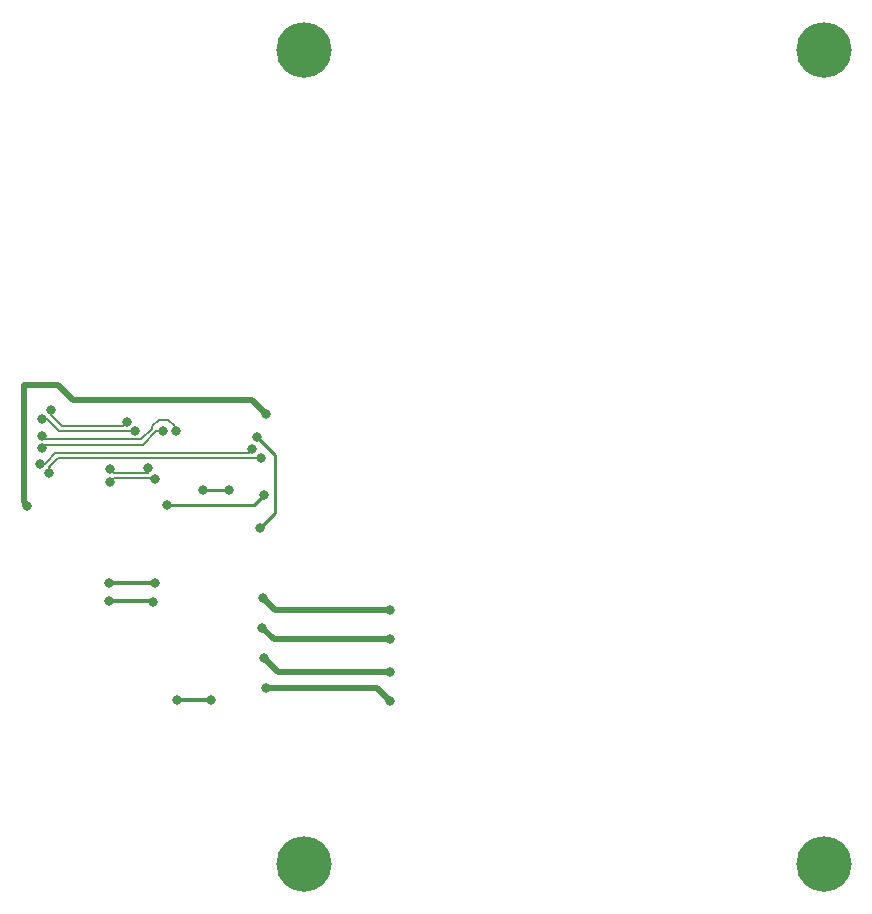
<source format=gbr>
%TF.GenerationSoftware,KiCad,Pcbnew,6.0.11-2627ca5db0~126~ubuntu22.04.1*%
%TF.CreationDate,2023-12-15T21:44:52-06:00*%
%TF.ProjectId,xem7310_carrier,78656d37-3331-4305-9f63-617272696572,rev?*%
%TF.SameCoordinates,Original*%
%TF.FileFunction,Copper,L4,Bot*%
%TF.FilePolarity,Positive*%
%FSLAX46Y46*%
G04 Gerber Fmt 4.6, Leading zero omitted, Abs format (unit mm)*
G04 Created by KiCad (PCBNEW 6.0.11-2627ca5db0~126~ubuntu22.04.1) date 2023-12-15 21:44:52*
%MOMM*%
%LPD*%
G01*
G04 APERTURE LIST*
%TA.AperFunction,ComponentPad*%
%ADD10C,4.700000*%
%TD*%
%TA.AperFunction,ViaPad*%
%ADD11C,0.800000*%
%TD*%
%TA.AperFunction,Conductor*%
%ADD12C,0.200000*%
%TD*%
%TA.AperFunction,Conductor*%
%ADD13C,0.500000*%
%TD*%
%TA.AperFunction,Conductor*%
%ADD14C,0.300000*%
%TD*%
%TA.AperFunction,Conductor*%
%ADD15C,0.250000*%
%TD*%
G04 APERTURE END LIST*
D10*
%TO.P,H2,1,1*%
%TO.N,unconnected-(H2-Pad1)*%
X134200000Y-142300000D03*
%TD*%
%TO.P,H4,1,1*%
%TO.N,unconnected-(H4-Pad1)*%
X178200000Y-142300000D03*
%TD*%
%TO.P,H1,1,1*%
%TO.N,unconnected-(H1-Pad1)*%
X134200000Y-73300000D03*
%TD*%
%TO.P,H3,1,1*%
%TO.N,unconnected-(H3-Pad1)*%
X178200000Y-73300000D03*
%TD*%
D11*
%TO.N,+3.3V*%
X131000000Y-104200000D03*
X110750000Y-111950000D03*
%TO.N,Net-(MC1-Pad32)*%
X117700000Y-118450000D03*
X130700000Y-119700000D03*
X121550000Y-118500000D03*
X141500000Y-120750000D03*
%TO.N,Net-(MC1-Pad34)*%
X117700000Y-120000000D03*
X121400000Y-120050000D03*
X130650000Y-122300000D03*
X141500000Y-123250000D03*
%TO.N,Net-(MC1-Pad38)*%
X141500000Y-126000000D03*
X130800000Y-124850000D03*
%TO.N,Net-(MC1-Pad40)*%
X141500000Y-128500000D03*
X123450000Y-128350000D03*
X130950000Y-127350000D03*
X126300000Y-128350000D03*
%TO.N,/SCK_A*%
X125610000Y-110630000D03*
X127830000Y-110620000D03*
%TO.N,/MOSI_A1*%
X122590000Y-111830000D03*
X130760000Y-110985500D03*
%TO.N,/MISO_A2*%
X130220000Y-106110000D03*
X130450000Y-113800000D03*
%TO.N,/MOSI1-*%
X123325001Y-105627266D03*
X112010000Y-106005000D03*
%TO.N,/SCLK+*%
X119901232Y-105601232D03*
X112018768Y-104571232D03*
%TO.N,/MOSI1+*%
X112010000Y-107055000D03*
X122275001Y-105627266D03*
%TO.N,/SCLK-*%
X119158768Y-104858768D03*
X112761232Y-103828768D03*
%TO.N,/MISO1-*%
X111848768Y-108378768D03*
X129778640Y-107150010D03*
%TO.N,/CS+*%
X117774724Y-108848735D03*
X121008768Y-108698768D03*
%TO.N,/MISO1+*%
X130521104Y-107892474D03*
X112591232Y-109121232D03*
%TO.N,/CS-*%
X121600000Y-109655500D03*
X117774724Y-109898735D03*
%TD*%
D12*
%TO.N,/CS-*%
X118074723Y-109598736D02*
X117774724Y-109898735D01*
X121169463Y-109598736D02*
X118074723Y-109598736D01*
X121600000Y-109655500D02*
X121226227Y-109655500D01*
X121226227Y-109655500D02*
X121169463Y-109598736D01*
D13*
%TO.N,+3.3V*%
X110450000Y-101700000D02*
X110450000Y-111650000D01*
X113350000Y-101700000D02*
X110450000Y-101700000D01*
X129778768Y-102978768D02*
X114628768Y-102978768D01*
X114628768Y-102978768D02*
X113350000Y-101700000D01*
X131000000Y-104200000D02*
X129778768Y-102978768D01*
X110450000Y-111650000D02*
X110750000Y-111950000D01*
%TO.N,Net-(MC1-Pad32)*%
X130700000Y-119700000D02*
X131750000Y-120750000D01*
D14*
X121500000Y-118450000D02*
X121550000Y-118500000D01*
X117700000Y-118450000D02*
X121500000Y-118450000D01*
D13*
X131750000Y-120750000D02*
X141500000Y-120750000D01*
D14*
%TO.N,Net-(MC1-Pad34)*%
X117700000Y-120000000D02*
X121350000Y-120000000D01*
D13*
X130650000Y-122300000D02*
X131600000Y-123250000D01*
X131600000Y-123250000D02*
X141500000Y-123250000D01*
D14*
X121350000Y-120000000D02*
X121400000Y-120050000D01*
D13*
%TO.N,Net-(MC1-Pad38)*%
X131950000Y-126000000D02*
X141500000Y-126000000D01*
X130800000Y-124850000D02*
X131950000Y-126000000D01*
%TO.N,Net-(MC1-Pad40)*%
X140350000Y-127350000D02*
X141500000Y-128500000D01*
X130950000Y-127350000D02*
X140350000Y-127350000D01*
D14*
X123450000Y-128350000D02*
X126300000Y-128350000D01*
D15*
%TO.N,/SCK_A*%
X125610000Y-110630000D02*
X127820000Y-110630000D01*
X127820000Y-110630000D02*
X127830000Y-110620000D01*
%TO.N,/MOSI_A1*%
X130760000Y-110985500D02*
X129915500Y-111830000D01*
X129915500Y-111830000D02*
X122590000Y-111830000D01*
%TO.N,/MISO_A2*%
X131740000Y-112330000D02*
X131740000Y-112510000D01*
X131740000Y-112510000D02*
X130450000Y-113800000D01*
X130220000Y-106110000D02*
X131740000Y-107630000D01*
X131740000Y-107630000D02*
X131740000Y-112330000D01*
D12*
%TO.N,/MOSI1-*%
X121275001Y-105406799D02*
X120376801Y-106304999D01*
X121860787Y-104627266D02*
X121275001Y-105213052D01*
X121275001Y-105213052D02*
X121275001Y-105406799D01*
X123325001Y-105627266D02*
X123275001Y-105577266D01*
X122689215Y-104627266D02*
X121860787Y-104627266D01*
X123275001Y-105577266D02*
X123275001Y-105213052D01*
X123275001Y-105213052D02*
X122689215Y-104627266D01*
X120376801Y-106304999D02*
X112309999Y-106304999D01*
X112309999Y-106304999D02*
X112010000Y-106005000D01*
%TO.N,/SCLK+*%
X119901232Y-105601232D02*
X113473033Y-105601232D01*
X113473033Y-105601232D02*
X112443033Y-104571232D01*
X112443033Y-104571232D02*
X112018768Y-104571232D01*
%TO.N,/MOSI1+*%
X120563199Y-106755001D02*
X112309999Y-106755001D01*
X122275001Y-105627266D02*
X121690934Y-105627266D01*
X112309999Y-106755001D02*
X112010000Y-107055000D01*
X121690934Y-105627266D02*
X120563199Y-106755001D01*
%TO.N,/SCLK-*%
X113659430Y-105151231D02*
X112761232Y-104253033D01*
X119158768Y-104858768D02*
X118866305Y-105151231D01*
X112761232Y-104253033D02*
X112761232Y-103828768D01*
X118866305Y-105151231D02*
X113659430Y-105151231D01*
%TO.N,/MISO1-*%
X112273033Y-108378768D02*
X111848768Y-108378768D01*
X112456802Y-108194999D02*
X112273033Y-108378768D01*
X129778640Y-107150010D02*
X129486177Y-107442473D01*
X112386801Y-108194999D02*
X112456802Y-108194999D01*
X113139327Y-107442473D02*
X112386801Y-108194999D01*
X129486177Y-107442473D02*
X113139327Y-107442473D01*
%TO.N,/CS+*%
X121008768Y-109123033D02*
X121008768Y-108698768D01*
X118074723Y-109148734D02*
X120983067Y-109148734D01*
X117774724Y-108848735D02*
X118074723Y-109148734D01*
X120983067Y-109148734D02*
X121008768Y-109123033D01*
%TO.N,/MISO1+*%
X112591232Y-108696967D02*
X112591232Y-109121232D01*
X112573199Y-108645001D02*
X112643198Y-108645001D01*
X130521104Y-107892474D02*
X113325726Y-107892474D01*
X112643198Y-108645001D02*
X112591232Y-108696967D01*
X113325726Y-107892474D02*
X112573199Y-108645001D01*
%TD*%
M02*

</source>
